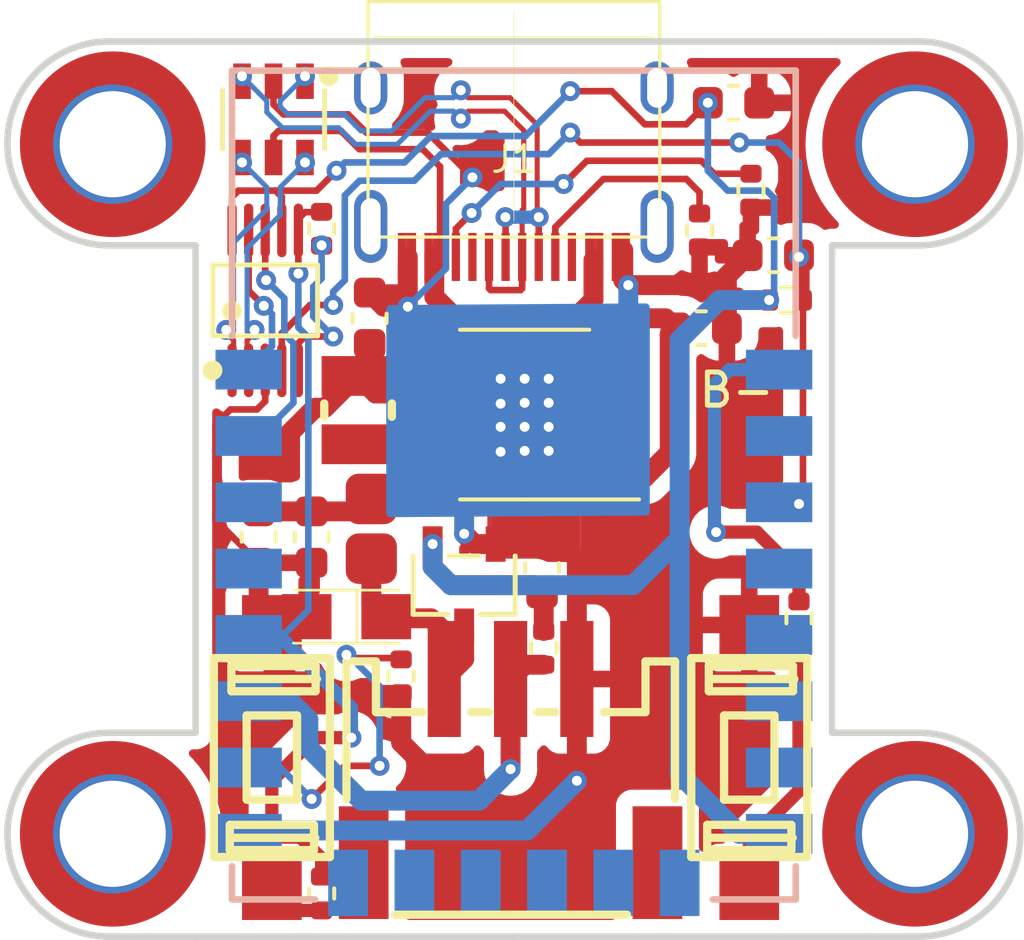
<source format=kicad_pcb>
(kicad_pcb (version 20240108) (generator "pcbnew") (generator_version "8.0")
  (layers (0 "F.Cu" signal "Front") (31 "B.Cu" signal "Back") (34 "B.Paste" user) (35 "F.Paste" user) (36 "B.SilkS" user "B.Silkscreen") (37 "F.SilkS" user "F.Silkscreen") (38 "B.Mask" user) (39 "F.Mask" user) (44 "Edge.Cuts" user))
  (net 0 "")
  (net 1 "+BATT")
  (net 2 "ESP_LED_D_OUT")
  (net 3 "ESP_RST")
  (net 4 "Net-(U1-SW)")
  (net 5 "+3.3V")
  (net 6 "MCU_RX")
  (net 8 "MCU_TX")
  (net 12 "USB_D+")
  (net 13 "USB_D-")
  (net 16 "GND")
  (net 17 "Net-(U4-GPIO15)")
  (net 31 "Net-(J1-CC1)")
  (net 32 "+5V")
  (net 34 "Net-(J3-Pin_1)")
  (net 36 "Net-(U3-~{CTS})")
  (net 37 "Net-(KEY1-Pad1)")
  (net 38 "Net-(KEY2-Pad1)")
  (net 39 "EN")
  (net 40 "GPIO0")
  (net 41 "VBUS")
  (net 42 "/D-")
  (net 43 "/D+")
  (net 44 "Net-(J1-CC2)")
  (footprint "Capacitor_SMD:C_0603_1608Metric" (layer "F.Cu") (at 132.1 115.95 90)
    (property "Reference" "C3" (hide yes))
    (property "Value" "22u" (hide yes))
  )
  (footprint "Resistor_SMD:R_0402_1005Metric" (layer "F.Cu") (at 146.41 108.8)
    (property "Reference" "R7" (hide yes))
    (property "Value" "12k" (hide yes))
  )
  (footprint "EasyEDA Exports:SOT-23-3_L2.9-W1.6-P1.90-LS2.8-BR" (layer "F.Cu") (at 136.7 117.4 90)
    (property "Reference" "U5" (hide yes))
    (property "Value" "SSP7603P33MR" (hide yes))
  )
  (footprint "EasyEDA Exports:KEY-SMD_L6.1-W3.7-P7.80-LS8.0" (layer "F.Cu") (at 145.3 122.6 90)
    (property "Reference" "KEY1" (hide yes))
    (property "Value" "1TS002E-2500-2501" (hide yes))
  )
  (footprint "Resistor_SMD:R_0402_1005Metric" (layer "F.Cu") (at 146.8 118.4 90)
    (property "Reference" "R3" (hide yes))
    (property "Value" "470" (hide yes))
  )
  (footprint "Capacitor_SMD:C_0603_1608Metric" (layer "F.Cu") (at 133.85 109.35 -90)
    (property "Reference" "C2" (hide yes))
    (property "Value" "22u" (hide yes))
  )
  (footprint "Resistor_SMD:R_0402_1005Metric" (layer "F.Cu") (at 132.4 106.65 -90)
    (property "Reference" "R1" (hide yes))
    (property "Value" "4.7k" (hide yes))
  )
  (footprint "Capacitor_SMD:C_0603_1608Metric" (layer "F.Cu") (at 144.825 102.85 180)
    (property "Reference" "C9" (hide yes))
    (property "Value" "0.1u" (hide yes))
  )
  (footprint "Connector PAD SMD:2_PAD_1.5mm" (layer "F.Cu") (at 132.8 115.7 -90)
    (property "Reference" "J3" (hide yes))
    (property "Value" "Conn_01x02" (hide yes))
  )
  (footprint "Resistor_SMD:R_0402_1005Metric" (layer "F.Cu") (at 145.35 105.5 -90)
    (property "Reference" "R14" (hide yes))
    (property "Value" "5.1k" (hide yes))
  )
  (footprint "Resistor_SMD:R_0402_1005Metric" (layer "F.Cu") (at 134.8 120.15 -90)
    (property "Reference" "R8" (hide yes))
    (property "Value" "12k" (hide yes))
  )
  (footprint "EasyEDA Exports:IND-SMD_L2.5-W2.0" (layer "F.Cu") (at 133.5 112.12 -90)
    (property "Reference" "L1" (hide yes))
    (property "Value" "1.5u" (hide yes))
  )
  (footprint "MountingHole:MountingHole_3.2mm_M3_DIN965_Pad_TopOnly" (layer "F.Cu") (at 150.3 124.9)
    (property "Reference" "H4" (hide yes))
    (property "Value" "MountingHole" (hide yes))
  )
  (footprint "EasyEDA Exports:eSOP-8_3.9x4.9mm_P1.27mm" (layer "F.Cu") (at 138.525 112.255 180)
    (property "Reference" "U1" (hide yes))
    (property "Value" "FM5324GA" (hide yes))
  )
  (footprint "MountingHole:MountingHole_3.2mm_M3_DIN965_Pad_TopOnly" (layer "F.Cu") (at 126.1 124.9)
    (property "Reference" "H3" (hide yes))
    (property "Value" "MountingHole" (hide yes))
  )
  (footprint "MountingHole:MountingHole_3.2mm_M3_DIN965_Pad_TopOnly" (layer "F.Cu") (at 126.1 104.1)
    (property "Reference" "H1" (hide yes))
    (property "Value" "MountingHole" (hide yes))
  )
  (footprint "Resistor_SMD:R_0402_1005Metric" (layer "F.Cu") (at 139.1 119.29 90)
    (property "Reference" "R11" (hide yes))
    (property "Value" "12k" (hide yes))
  )
  (footprint "Resistor_SMD:R_0402_1005Metric" (layer "F.Cu") (at 132.4 126.7 90)
    (property "Reference" "R2" (hide yes))
    (property "Value" "470" (hide yes))
  )
  (footprint "EasyEDA Exports:MSOP-10_L3.0-W3.0-P0.50-LS5.0-BL" (layer "F.Cu") (at 130.7 108.81)
    (property "Reference" "U3" (hide yes))
    (property "Value" "CH340X" (hide yes))
  )
  (footprint "Capacitor_SMD:C_0603_1608Metric" (layer "F.Cu") (at 143.85 109.65 180)
    (property "Reference" "C1" (hide yes))
    (property "Value" "10u" (hide yes))
  )
  (footprint "EasyEDA Exports:KEY-SMD_L6.1-W3.7-P7.80-LS8.0" (layer "F.Cu") (at 130.9 122.6 90)
    (property "Reference" "KEY2" (hide yes))
    (property "Value" "1TS002E-2500-2501" (hide yes))
  )
  (footprint "Capacitor_SMD:C_0603_1608Metric" (layer "F.Cu") (at 130.5 115.95 90)
    (property "Reference" "C6" (hide yes))
    (property "Value" "22u" (hide yes))
  )
  (footprint "Capacitor_SMD:C_0603_1608Metric" (layer "F.Cu") (at 139.05 116.875 90)
    (property "Reference" "C5" (hide yes))
    (property "Value" "6.8u" (hide yes))
  )
  (footprint "Capacitor_SMD:C_0603_1608Metric" (layer "F.Cu") (at 146.025 107.45)
    (property "Reference" "C10" (hide yes))
    (property "Value" "10u" (hide yes))
  )
  (footprint "EasyEDA Exports:SOT-23-6_L2.9-W1.6-P0.95-LS2.8-BL" (layer "F.Cu") (at 130.95 103.35 180)
    (property "Reference" "D1" (hide yes))
    (property "Value" "SRV05-4_C558418" (hide yes))
  )
  (footprint "Resistor_SMD:R_0402_1005Metric" (layer "F.Cu") (at 143.8 106.7 -90)
    (property "Reference" "R15" (hide yes))
    (property "Value" "5.1k" (hide yes))
  )
  (footprint "USB-C LCSC:TYPE-C-31-M-12" (layer "F.Cu") (at 138.2 102.4 180)
    (property "Reference" "J1")
    (property "Value" "Connector_USB_C_Receptacle_USB2.0" (hide yes))
  )
  (footprint "MountingHole:MountingHole_3.2mm_M3_DIN965_Pad_TopOnly" (layer "F.Cu") (at 150.3 104.1)
    (property "Reference" "H2" (hide yes))
    (property "Value" "MountingHole" (hide yes))
  )
  (footprint "EasyEDA Exports:CONN-SMD_S3B-PH-SM4-TB-LF-SN" (layer "F.Cu") (at 138.1 123 180)
    (property "Reference" "U2" (hide yes))
    (property "Value" "S3B-PH-SM4-TB(LF)(SN)" (hide yes))
  )
  (footprint "EasyEDA Exports:CASE-A_3216" (layer "F.Cu") (at 133.15 118.35 180)
    (property "Reference" "C4" (hide yes))
    (property "Value" "1u" (hide yes))
  )
  (footprint "ESP-12F:ESP-12F" (layer "B.Cu") (at 138.2 114.38 180)
    (property "Reference" "U4" (hide yes))
    (property "Value" "ESP-12F")
  )
  (gr_line (start 128.6 107.15) (end 128.6 121.85) (stroke (width 0.2)) (layer "Edge.Cuts"))
  (gr_line (start 138.2 128) (end 128.6 128) (stroke (width 0.2)) (layer "Edge.Cuts"))
  (gr_line (start 126 101) (end 128.6 101) (stroke (width 0.2)) (layer "Edge.Cuts"))
  (gr_line (start 138.2 128) (end 147.8 128) (stroke (width 0.2)) (layer "Edge.Cuts"))
  (gr_line (start 150.4 101) (end 147.8 101) (stroke (width 0.2)) (layer "Edge.Cuts"))
  (gr_line (start 126 107.15) (end 128.6 107.15) (stroke (width 0.2)) (layer "Edge.Cuts"))
  (gr_line (start 150.4 121.85) (end 147.8 121.85) (stroke (width 0.2)) (layer "Edge.Cuts"))
  (gr_line (start 150.4 107.15) (end 147.8 107.15) (stroke (width 0.2)) (layer "Edge.Cuts"))
  (gr_arc (start 126 107.15) (mid 122.925 104.075) (end 126 101) (stroke (width 0.2)) (layer "Edge.Cuts"))
  (gr_line (start 138.2 101) (end 128.6 101) (stroke (width 0.2)) (layer "Edge.Cuts"))
  (gr_arc (start 150.4 121.85) (mid 153.475 124.925) (end 150.4 128) (stroke (width 0.2)) (layer "Edge.Cuts"))
  (gr_line (start 138.2 101) (end 147.8 101) (stroke (width 0.2)) (layer "Edge.Cuts"))
  (gr_line (start 150.4 128) (end 147.8 128) (stroke (width 0.2)) (layer "Edge.Cuts"))
  (gr_line (start 126 128) (end 128.6 128) (stroke (width 0.2)) (layer "Edge.Cuts"))
  (gr_line (start 147.8 107.15) (end 147.8 121.85) (stroke (width 0.2)) (layer "Edge.Cuts"))
  (gr_arc (start 126 128) (mid 122.925 124.925) (end 126 121.85) (stroke (width 0.2)) (layer "Edge.Cuts"))
  (gr_line (start 126 121.85) (end 128.6 121.85) (stroke (width 0.2)) (layer "Edge.Cuts"))
  (gr_arc (start 150.4 101) (mid 153.475 104.075) (end 150.4 107.15) (stroke (width 0.2)) (layer "Edge.Cuts"))
  (gr_text "B-" (at 143.7 112.1 0) (layer "F.SilkS") (effects (font (size 1 1)) (justify left bottom)))
  (segment (start 135.9 111.62) (end 134.03 111.62) (width 0.6) (layer "F.Cu") (net 1))
  (segment (start 131.1 113.15) (end 131.1 113.2) (width 0.6) (layer "F.Cu") (net 1))
  (segment (start 134.03 111.62) (end 133.5 111.09) (width 0.6) (layer "F.Cu") (net 1))
  (segment (start 132.5 112.05) (end 132.2 112.05) (width 0.6) (layer "F.Cu") (net 1))
  (segment (start 132.2 112.05) (end 131.1 113.15) (width 0.6) (layer "F.Cu") (net 1))
  (segment (start 133.46 111.09) (end 132.5 112.05) (width 0.6) (layer "F.Cu") (net 1))
  (segment (start 133.5 111.09) (end 133.46 111.09) (width 0.6) (layer "F.Cu") (net 1))
  (segment (start 138.53 119.8) (end 138.1 120.23) (width 0.6) (layer "F.Cu") (net 2))
  (segment (start 138.1 122.95) (end 138.1 120.36) (width 0.6) (layer "F.Cu") (net 2))
  (segment (start 139.1 119.8) (end 138.53 119.8) (width 0.6) (layer "F.Cu") (net 2))
  (via (at 138.1 122.95) (size 0.6) (drill 0.3) (layers "F.Cu" "B.Cu") (net 2))
  (segment (start 133.6 123.9) (end 132 122.3) (width 0.6) (layer "B.Cu") (net 2))
  (segment (start 132 122.3) (end 132 121.45) (width 0.6) (layer "B.Cu") (net 2))
  (segment (start 132 121.45) (end 131.45 120.9) (width 0.6) (layer "B.Cu") (net 2))
  (segment (start 131.45 120.9) (end 130.2 120.9) (width 0.6) (layer "B.Cu") (net 2))
  (segment (start 138.1 122.95) (end 137.15 123.9) (width 0.6) (layer "B.Cu") (net 2))
  (segment (start 137.15 123.9) (end 133.6 123.9) (width 0.6) (layer "B.Cu") (net 2))
  (segment (start 145.527 115.8) (end 146.8 117.073) (width 0.4) (layer "F.Cu") (net 3))
  (segment (start 144.3 115.8) (end 145.527 115.8) (width 0.4) (layer "F.Cu") (net 3))
  (segment (start 146.8 117.073) (end 146.8 117.89) (width 0.4) (layer "F.Cu") (net 3))
  (via (at 144.3 115.8) (size 0.6) (drill 0.3) (layers "F.Cu" "B.Cu") (net 3))
  (segment (start 144.7 110.9) (end 146.2 110.9) (width 0.4) (layer "B.Cu") (net 3))
  (segment (start 144.25 115.75) (end 144.25 111.35) (width 0.4) (layer "B.Cu") (net 3))
  (segment (start 144.3 115.8) (end 144.25 115.75) (width 0.4) (layer "B.Cu") (net 3))
  (segment (start 144.25 111.35) (end 144.7 110.9) (width 0.4) (layer "B.Cu") (net 3))
  (segment (start 133.5 113.15) (end 135.64 113.15) (width 0.6) (layer "F.Cu") (net 4))
  (segment (start 135.64 113.15) (end 135.9 112.89) (width 0.6) (layer "F.Cu") (net 4))
  (segment (start 139.1 118.78) (end 139.1 117.7) (width 0.6) (layer "F.Cu") (net 5))
  (segment (start 131.2 105.69) (end 131.2 106.7) (width 0.2) (layer "F.Cu") (net 5))
  (segment (start 132.25 105.5) (end 131.01 105.5) (width 0.2) (layer "F.Cu") (net 5))
  (segment (start 131.16 105.65) (end 131.2 105.69) (width 0.2) (layer "F.Cu") (net 5))
  (segment (start 135.75 116.16) (end 135.75 116.85) (width 0.6) (layer "F.Cu") (net 5))
  (segment (start 141.15 102.5) (end 142.15 103.5) (width 0.2) (layer "F.Cu") (net 5))
  (segment (start 131.01 105.5) (end 131.16 105.65) (width 0.2) (layer "F.Cu") (net 5))
  (segment (start 129.7 105.69) (end 129.89 105.5) (width 0.2) (layer "F.Cu") (net 5))
  (segment (start 144.05 102.95) (end 144.05 103) (width 0.2) (layer "F.Cu") (net 5))
  (segment (start 136.3 117.4) (end 138.8 117.4) (width 0.6) (layer "F.Cu") (net 5))
  (segment (start 129.7 106.7) (end 129.7 105.69) (width 0.2) (layer "F.Cu") (net 5))
  (segment (start 139.9 102.5) (end 141.15 102.5) (width 0.2) (layer "F.Cu") (net 5))
  (segment (start 135.75 116.85) (end 136.3 117.4) (width 0.6) (layer "F.Cu") (net 5))
  (segment (start 132.85 104.9) (end 132.25 105.5) (width 0.2) (layer "F.Cu") (net 5))
  (segment (start 138.8 117.4) (end 139.05 117.65) (width 0.6) (layer "F.Cu") (net 5))
  (segment (start 142.15 103.5) (end 143.4 103.5) (width 0.2) (layer "F.Cu") (net 5))
  (segment (start 139.1 117.7) (end 139.05 117.65) (width 0.6) (layer "F.Cu") (net 5))
  (segment (start 129.89 105.5) (end 131.01 105.5) (width 0.2) (layer "F.Cu") (net 5))
  (segment (start 143.4 103.5) (end 144.05 102.85) (width 0.2) (layer "F.Cu") (net 5))
  (via (at 139.9 102.5) (size 0.6) (drill 0.3) (layers "F.Cu" "B.Cu") (net 5))
  (via (at 132.85 104.9) (size 0.6) (drill 0.3) (layers "F.Cu" "B.Cu") (net 5))
  (via (at 144.05 102.85) (size 0.6) (drill 0.3) (layers "F.Cu" "B.Cu") (net 5))
  (via (at 145.9 108.8) (size 0.6) (drill 0.3) (layers "F.Cu" "B.Cu") (net 5))
  (via (at 135.75 116.16) (size 0.6) (drill 0.3) (layers "F.Cu" "B.Cu") (net 5))
  (segment (start 133.1 104.65) (end 134.9 104.65) (width 0.2) (layer "B.Cu") (net 5))
  (segment (start 136.3 117.4) (end 141.8 117.4) (width 0.6) (layer "B.Cu") (net 5))
  (segment (start 135.75 116.85) (end 136.3 117.4) (width 0.6) (layer "B.Cu") (net 5))
  (segment (start 146.05 105.725) (end 145.825 105.5) (width 0.2) (layer "B.Cu") (net 5))
  (segment (start 145 124.9) (end 146.2 124.9) (width 0.6) (layer "B.Cu") (net 5))
  (segment (start 141.8 117.4) (end 143.2 116) (width 0.6) (layer "B.Cu") (net 5))
  (segment (start 143.2 123.1) (end 145 124.9) (width 0.6) (layer "B.Cu") (net 5))
  (segment (start 134.9 104.65) (end 135.696 103.854) (width 0.2) (layer "B.Cu") (net 5))
  (segment (start 135.75 116.16) (end 135.75 116.85) (width 0.6) (layer "B.Cu") (net 5))
  (segment (start 144.05 104.9) (end 144.05 102.85) (width 0.2) (layer "B.Cu") (net 5))
  (segment (start 145.9 108.8) (end 146.05 108.65) (width 0.2) (layer "B.Cu") (net 5))
  (segment (start 143.2 110) (end 143.2 116) (width 0.6) (layer "B.Cu") (net 5))
  (segment (start 135.696 103.854) (end 138.546 103.854) (width 0.2) (layer "B.Cu") (net 5))
  (segment (start 146.2 124.9) (end 145.35 124.9) (width 0.4) (layer "B.Cu") (net 5))
  (segment (start 146.05 108.65) (end 146.05 105.725) (width 0.2) (layer "B.Cu") (net 5))
  (segment (start 144.4 108.8) (end 143.2 110) (width 0.6) (layer "B.Cu") (net 5))
  (segment (start 138.546 103.854) (end 139.9 102.5) (width 0.2) (layer "B.Cu") (net 5))
  (segment (start 143.2 116) (end 143.2 123.1) (width 0.6) (layer "B.Cu") (net 5))
  (segment (start 132.85 104.9) (end 133.1 104.65) (width 0.2) (layer "B.Cu") (net 5))
  (segment (start 144.65 105.5) (end 144.05 104.9) (width 0.2) (layer "B.Cu") (net 5))
  (segment (start 145.9 108.8) (end 144.4 108.8) (width 0.6) (layer "B.Cu") (net 5))
  (segment (start 145.825 105.5) (end 144.65 105.5) (width 0.2) (layer "B.Cu") (net 5))
  (segment (start 130.7265 108.2) (end 130.7 108.1735) (width 0.2) (layer "F.Cu") (net 6))
  (segment (start 130.7 108.1735) (end 130.7 106.7) (width 0.2) (layer "F.Cu") (net 6))
  (via (at 130.7265 108.2) (size 0.6) (drill 0.3) (layers "F.Cu" "B.Cu") (net 6))
  (segment (start 130.7265 108.2) (end 131.277 108.7505) (width 0.2) (layer "B.Cu") (net 6))
  (segment (start 131.277 108.7505) (end 131.277 109.827) (width 0.2) (layer "B.Cu") (net 6))
  (segment (start 130.55 112.9) (end 130.2 112.9) (width 0.2) (layer "B.Cu") (net 6))
  (segment (start 131.277 109.827) (end 131.55 110.1) (width 0.2) (layer "B.Cu") (net 6))
  (segment (start 131.55 110.1) (end 131.55 111.9) (width 0.2) (layer "B.Cu") (net 6))
  (segment (start 131.55 111.9) (end 130.55 112.9) (width 0.2) (layer "B.Cu") (net 6))
  (segment (start 130.655901 108.975) (end 130.2 108.519099) (width 0.2) (layer "F.Cu") (net 8))
  (segment (start 130.2 108.519099) (end 130.2 106.7) (width 0.2) (layer "F.Cu") (net 8))
  (via (at 130.655901 108.975) (size 0.6) (drill 0.3) (layers "F.Cu" "B.Cu") (net 8))
  (segment (start 130.904 110.196) (end 130.2 110.9) (width 0.2) (layer "B.Cu") (net 8))
  (segment (start 130.655901 108.975) (end 130.904 109.223099) (width 0.2) (layer "B.Cu") (net 8))
  (segment (start 130.904 109.223099) (end 130.904 110.196) (width 0.2) (layer "B.Cu") (net 8))
  (segment (start 129.746799 110.014527) (end 129.523 109.790728) (width 0.1524) (layer "F.Cu") (net 12))
  (segment (start 129.7 110.92) (end 129.746799 110.873201) (width 0.1524) (layer "F.Cu") (net 12))
  (segment (start 129.746799 110.873201) (end 129.746799 110.014527) (width 0.1524) (layer "F.Cu") (net 12))
  (via (at 129.523 109.7) (size 0.6) (drill 0.3) (layers "F.Cu" "B.Cu") (net 12))
  (via (at 130 104.65) (size 0.6) (drill 0.3) (layers "F.Cu" "B.Cu") (net 12))
  (segment (start 130.7468 106.06583) (end 130.7468 105.3968) (width 0.1524) (layer "B.Cu") (net 12))
  (segment (start 129.523 109.790728) (end 129.746799 109.566929) (width 0.1524) (layer "B.Cu") (net 12))
  (segment (start 130.7468 105.3968) (end 130 104.65) (width 0.1524) (layer "B.Cu") (net 12))
  (segment (start 129.746799 107.065831) (end 130.7468 106.06583) (width 0.1524) (layer "B.Cu") (net 12))
  (segment (start 129.746799 109.566929) (end 129.746799 107.065831) (width 0.1524) (layer "B.Cu") (net 12))
  (segment (start 130.2 110.92) (end 130.153201 110.873201) (width 0.1524) (layer "F.Cu") (net 13))
  (segment (start 130.153201 110.014527) (end 130.377 109.790728) (width 0.1524) (layer "F.Cu") (net 13))
  (segment (start 130.153201 110.873201) (end 130.153201 110.014527) (width 0.1524) (layer "F.Cu") (net 13))
  (via (at 130.377 109.7) (size 0.6) (drill 0.3) (layers "F.Cu" "B.Cu") (net 13))
  (via (at 131.9 104.65) (size 0.6) (drill 0.3) (layers "F.Cu" "B.Cu") (net 13))
  (segment (start 131.1532 105.3968) (end 131.9 104.65) (width 0.1524) (layer "B.Cu") (net 13))
  (segment (start 130.153201 109.566929) (end 130.153201 107.234169) (width 0.1524) (layer "B.Cu") (net 13))
  (segment (start 131.1532 106.23417) (end 131.1532 105.3968) (width 0.1524) (layer "B.Cu") (net 13))
  (segment (start 130.153201 107.234169) (end 131.1532 106.23417) (width 0.1524) (layer "B.Cu") (net 13))
  (segment (start 130.377 109.790728) (end 130.153201 109.566929) (width 0.1524) (layer "B.Cu") (net 13))
  (segment (start 138.99 116.16) (end 139.05 116.1) (width 0.6) (layer "F.Cu") (net 16))
  (segment (start 135.5 122.85) (end 135.5 123.45) (width 0.6) (layer "F.Cu") (net 16))
  (segment (start 130.95 102.9) (end 130.95 102.2) (width 0.2) (layer "F.Cu") (net 16))
  (segment (start 129.2 112.55) (end 129.2 115.425) (width 0.2) (layer "F.Cu") (net 16))
  (segment (start 139.05 112.78) (end 138.525 112.255) (width 0.6) (layer "F.Cu") (net 16))
  (segment (start 130.7 111.85) (end 130.45 112.1) (width 0.2) (layer "F.Cu") (net 16))
  (segment (start 140.1 123.3) (end 140.1 120.23) (width 0.6) (layer "F.Cu") (net 16))
  (segment (start 140.1 116.6) (end 140.1 120.23) (width 0.6) (layer "F.Cu") (net 16))
  (segment (start 129.2 115.425) (end 130.5 116.725) (width 0.2) (layer "F.Cu") (net 16))
  (segment (start 135.5 123.45) (end 136.25 124.2) (width 0.6) (layer "F.Cu") (net 16))
  (segment (start 135 109) (end 134.275 109) (width 0.6) (layer "F.Cu") (net 16))
  (segment (start 139.6 116.1) (end 140.1 116.6) (width 0.6) (layer "F.Cu") (net 16))
  (segment (start 134.275 109) (end 133.85 108.575) (width 0.6) (layer "F.Cu") (net 16))
  (segment (start 130.5 118.2) (end 130.9 118.6) (width 0.6) (layer "F.Cu") (net 16))
  (segment (start 132 120.8) (end 134.81 120.8) (width 0.6) (layer "F.Cu") (net 16))
  (segment (start 134.8 122.15) (end 135.5 122.85) (width 0.6) (layer "F.Cu") (net 16))
  (segment (start 135 109) (end 135 107.5) (width 0.6) (layer "F.Cu") (net 16))
  (segment (start 137.85 112.77) (end 138.225 112.395) (width 0.6) (layer "F.Cu") (net 16))
  (segment (start 139.05 116.1) (end 139.6 116.1) (width 0.6) (layer "F.Cu") (net 16))
  (segment (start 134.8 120.81) (end 134.8 122.15) (width 0.6) (layer "F.Cu") (net 16))
  (segment (start 136.95 105.1) (end 135.6 103.75) (width 0.2) (layer "F.Cu") (net 16))
  (segment (start 131.25 103.2) (end 130.95 102.9) (width 0.2) (layer "F.Cu") (net 16))
  (segment (start 141.65 108.35) (end 141.5 108.2) (width 0.6) (layer "F.Cu") (net 16))
  (segment (start 137.65 116.16) (end 137.01 116.16) (width 0.6) (layer "F.Cu") (net 16))
  (segment (start 145.25 107.45) (end 144.35 108.35) (width 0.6) (layer "F.Cu") (net 16))
  (segment (start 137.65 116.16) (end 138.99 116.16) (width 0.6) (layer "F.Cu") (net 16))
  (segment (start 136.25 124.2) (end 139.2 124.2) (width 0.6) (layer "F.Cu") (net 16))
  (segment (start 130.45 112.1) (end 129.65 112.1) (width 0.2) (layer "F.Cu") (net 16))
  (segment (start 133.75 103.75) (end 133.2 103.2) (width 0.2) (layer "F.Cu") (net 16))
  (segment (start 133.2 103.2) (end 131.25 103.2) (width 0.2) (layer "F.Cu") (net 16))
  (segment (start 130.7 110.92) (end 130.7 111.85) (width 0.2) (layer "F.Cu") (net 16))
  (segment (start 144.625 109.65) (end 144.625 108.075) (width 0.6) (layer "F.Cu") (net 16))
  (segment (start 144.35 108.35) (end 141.65 108.35) (width 0.6) (layer "F.Cu") (net 16))
  (segment (start 144.625 108.075) (end 145.25 107.45) (width 0.6) (layer "F.Cu") (net 16))
  (segment (start 129.65 112.1) (end 129.2 112.55) (width 0.2) (layer "F.Cu") (net 16))
  (segment (start 130.9 119.7) (end 132 120.8) (width 0.6) (layer "F.Cu") (net 16))
  (segment (start 139.2 124.2) (end 140.1 123.3) (width 0.6) (layer "F.Cu") (net 16))
  (segment (start 135 108.8) (end 135 108.8) (width 0.6) (layer "F.Cu") (net 16))
  (segment (start 130.5 116.725) (end 130.5 118.2) (width 0.6) (layer "F.Cu") (net 16))
  (segment (start 141.5 108.2) (end 141.5 107.3) (width 0.6) (layer "F.Cu") (net 16))
  (segment (start 140.1 120.3) (end 140.1 120.36) (width 0.6) (layer "F.Cu") (net 16))
  (segment (start 137.01 116.16) (end 136.7 115.85) (width 0.6) (layer "F.Cu") (net 16))
  (segment (start 130.9 118.6) (end 130.9 119.7) (width 0.6) (layer "F.Cu") (net 16))
  (segment (start 135.6 103.75) (end 133.75 103.75) (width 0.2) (layer "F.Cu") (net 16))
  (via (at 139.25 111.175) (size 0.6) (drill 0.3) (layers "F.Cu" "B.Cu") (net 16))
  (via (at 140.1 123.3) (size 0.6) (drill 0.3) (layers "F.Cu" "B.Cu") (net 16))
  (via (at 137.8 112.625) (size 0.6) (drill 0.3) (layers "F.Cu" "B.Cu") (net 16))
  (via (at 138.525 111.9) (size 0.6) (drill 0.3) (layers "F.Cu" "B.Cu") (net 16))
  (via (at 138.525 113.35) (size 0.6) (drill 0.3) (layers "F.Cu" "B.Cu") (net 16))
  (via (at 138.525 111.175) (size 0.6) (drill 0.3) (layers "F.Cu" "B.Cu") (net 16))
  (via (at 136.95 105.1) (size 0.6) (drill 0.3) (layers "F.Cu" "B.Cu") (net 16))
  (via (at 139.25 113.35) (size 0.6) (drill 0.3) (layers "F.Cu" "B.Cu") (net 16))
  (via (at 141.65 108.35) (size 0.6) (drill 0.3) (layers "F.Cu" "B.Cu") (net 16))
  (via (at 137.8 113.375) (size 0.6) (drill 0.3) (layers "F.Cu" "B.Cu") (net 16))
  (via (at 137.8 111.925) (size 0.6) (drill 0.3) (layers "F.Cu" "B.Cu") (net 16))
  (via (at 135 109) (size 0.6) (drill 0.3) (layers "F.Cu" "B.Cu") (net 16))
  (via (at 136.7 115.85) (size 0.6) (drill 0.3) (layers "F.Cu" "B.Cu") (net 16))
  (via (at 139.25 111.9) (size 0.6) (drill 0.3) (layers "F.Cu" "B.Cu") (net 16))
  (via (at 138.525 112.625) (size 0.6) (drill 0.3) (layers "F.Cu" "B.Cu") (net 16))
  (via (at 139.25 112.625) (size 0.6) (drill 0.3) (layers "F.Cu" "B.Cu") (net 16))
  (via (at 137.8 111.175) (size 0.6) (drill 0.3) (layers "F.Cu" "B.Cu") (net 16))
  (segment (start 135.7 111.175) (end 137.8 111.175) (width 0.6) (layer "B.Cu") (net 16))
  (segment (start 136.7 112.175) (end 135.7 111.175) (width 0.6) (layer "B.Cu") (net 16))
  (segment (start 130.2 124.9) (end 130.3 124.8) (width 0.6) (layer "B.Cu") (net 16))
  (segment (start 141.65 108.35) (end 141.65 110.7) (width 0.6) (layer "B.Cu") (net 16))
  (segment (start 136.95 105.1) (end 136.15 105.9) (width 0.2) (layer "B.Cu") (net 16))
  (segment (start 130.3 124.8) (end 138.6 124.8) (width 0.6) (layer "B.Cu") (net 16))
  (segment (start 135 109) (end 135 110.475) (width 0.6) (layer "B.Cu") (net 16))
  (segment (start 141.175 111.175) (end 139.25 111.175) (width 0.6) (layer "B.Cu") (net 16))
  (segment (start 135 110.475) (end 135.7 111.175) (width 0.6) (layer "B.Cu") (net 16))
  (segment (start 136.15 107.85) (end 135 109) (width 0.2) (layer "B.Cu") (net 16))
  (segment (start 138.6 124.8) (end 140.1 123.3) (width 0.6) (layer "B.Cu") (net 16))
  (segment (start 136.15 105.9) (end 136.15 107.85) (width 0.2) (layer "B.Cu") (net 16))
  (segment (start 141.65 110.7) (end 141.175 111.175) (width 0.6) (layer "B.Cu") (net 16))
  (segment (start 136.7 115.85) (end 136.7 112.175) (width 0.6) (layer "B.Cu") (net 16))
  (segment (start 133.15 119.5) (end 133.25 119.6) (width 0.2) (layer "F.Cu") (net 17))
  (segment (start 134.76 119.6) (end 134.8 119.64) (width 0.2) (layer "F.Cu") (net 17))
  (segment (start 134.15 122.85) (end 133.1 122.85) (width 0.2) (layer "F.Cu") (net 17))
  (segment (start 133.25 119.6) (end 134.76 119.6) (width 0.2) (layer "F.Cu") (net 17))
  (segment (start 133.1 122.85) (end 132.1 123.85) (width 0.2) (layer "F.Cu") (net 17))
  (via (at 133.15 119.5) (size 0.6) (drill 0.3) (layers "F.Cu" "B.Cu") (net 17))
  (via (at 134.15 122.85) (size 0.6) (drill 0.3) (layers "F.Cu" "B.Cu") (net 17))
  (via (at 132.1 123.85) (size 0.6) (drill 0.3) (layers "F.Cu" "B.Cu") (net 17))
  (segment (start 133.2 119.5) (end 133.15 119.5) (width 0.2) (layer "B.Cu") (net 17))
  (segment (start 134.15 122.85) (end 134.15 120.45) (width 0.2) (layer "B.Cu") (net 17))
  (segment (start 131.15 122.9) (end 130.2 122.9) (width 0.2) (layer "B.Cu") (net 17))
  (segment (start 134.15 120.45) (end 133.2 119.5) (width 0.2) (layer "B.Cu") (net 17))
  (segment (start 132.1 123.85) (end 131.15 122.9) (width 0.2) (layer "B.Cu") (net 17))
  (segment (start 143.8 105.55) (end 143.8 106.19) (width 0.2) (layer "F.Cu") (net 31))
  (segment (start 139.45 106.6) (end 140.9 105.15) (width 0.2) (layer "F.Cu") (net 31))
  (segment (start 139.45 107.5) (end 139.45 106.6) (width 0.2) (layer "F.Cu") (net 31))
  (segment (start 140.9 105.15) (end 143.4 105.15) (width 0.2) (layer "F.Cu") (net 31))
  (segment (start 143.4 105.15) (end 143.8 105.55) (width 0.2) (layer "F.Cu") (net 31))
  (segment (start 136.1 118.8) (end 136.1 120.23) (width 0.6) (layer "F.Cu") (net 32))
  (segment (start 133.9 116.6) (end 133.9 117.95) (width 0.6) (layer "F.Cu") (net 32))
  (segment (start 136.7 119.63) (end 136.1 120.23) (width 0.6) (layer "F.Cu") (net 32))
  (segment (start 133.9 117.95) (end 134.35 118.4) (width 0.6) (layer "F.Cu") (net 32))
  (segment (start 134.35 118.4) (end 135.7 118.4) (width 0.6) (layer "F.Cu") (net 32))
  (segment (start 136.7 118.64) (end 136.7 119.63) (width 0.6) (layer "F.Cu") (net 32))
  (segment (start 135.7 118.4) (end 136.1 118.8) (width 0.6) (layer "F.Cu") (net 32))
  (segment (start 135.26 114.8) (end 135.9 114.16) (width 0.6) (layer "F.Cu") (net 34))
  (segment (start 133.9 114.8) (end 135.26 114.8) (width 0.6) (layer "F.Cu") (net 34))
  (segment (start 133.525 115.175) (end 133.9 114.8) (width 0.6) (layer "F.Cu") (net 34))
  (segment (start 130.5 115.175) (end 132.1 115.175) (width 0.6) (layer "F.Cu") (net 34))
  (segment (start 132.1 115.175) (end 133.525 115.175) (width 0.6) (layer "F.Cu") (net 34))
  (segment (start 131.9 109.9) (end 131.7 110.1) (width 0.2) (layer "F.Cu") (net 36))
  (segment (start 132.75 109.9) (end 131.9 109.9) (width 0.2) (layer "F.Cu") (net 36))
  (segment (start 131.7 110.1) (end 131.7 110.92) (width 0.2) (layer "F.Cu") (net 36))
  (via (at 132.4 107.15) (size 0.6) (drill 0.3) (layers "F.Cu" "B.Cu") (net 36))
  (via (at 132.75 109.9) (size 0.6) (drill 0.3) (layers "F.Cu" "B.Cu") (net 36))
  (segment (start 132.15 109.3) (end 132.15 108.4) (width 0.2) (layer "B.Cu") (net 36))
  (segment (start 132.75 109.9) (end 132.15 109.3) (width 0.2) (layer "B.Cu") (net 36))
  (segment (start 132.4 108.15) (end 132.4 107.15) (width 0.2) (layer "B.Cu") (net 36))
  (segment (start 132.15 108.4) (end 132.4 108.15) (width 0.2) (layer "B.Cu") (net 36))
  (segment (start 146.8 123.6) (end 145.3 125.1) (width 0.4) (layer "F.Cu") (net 37))
  (segment (start 146.8 118.91) (end 146.8 123.6) (width 0.4) (layer "F.Cu") (net 37))
  (segment (start 145.3 125.1) (end 145.3 126.6) (width 0.4) (layer "F.Cu") (net 37))
  (segment (start 131.51 127.21) (end 130.9 126.6) (width 0.4) (layer "F.Cu") (net 38))
  (segment (start 132.4 127.21) (end 131.51 127.21) (width 0.4) (layer "F.Cu") (net 38))
  (segment (start 146.85 107.5) (end 146.85 107.45) (width 0.4) (layer "F.Cu") (net 39))
  (segment (start 146.85 107.45) (end 146.8 107.5) (width 0.4) (layer "F.Cu") (net 39))
  (segment (start 132.05 108.95) (end 131.2 109.8) (width 0.2) (layer "F.Cu") (net 39))
  (segment (start 146.8 107.5) (end 146.8 107.45) (width 0.4) (layer "F.Cu") (net 39))
  (segment (start 132.75 108.95) (end 132.05 108.95) (width 0.2) (layer "F.Cu") (net 39))
  (segment (start 131.2 109.8) (end 131.2 110.92) (width 0.2) (layer "F.Cu") (net 39))
  (segment (start 146.8 114.95) (end 146.92 114.83) (width 0.2) (layer "F.Cu") (net 39))
  (segment (start 140.2 104.05) (end 145 104.05) (width 0.2) (layer "F.Cu") (net 39))
  (segment (start 146.92 114.83) (end 146.92 108.8) (width 0.2) (layer "F.Cu") (net 39))
  (segment (start 146.92 108.8) (end 146.92 107.57) (width 0.4) (layer "F.Cu") (net 39))
  (segment (start 139.9 103.75) (end 140.2 104.05) (width 0.2) (layer "F.Cu") (net 39))
  (via (at 146.8 114.95) (size 0.6) (drill 0.3) (layers "F.Cu" "B.Cu") (net 39))
  (via (at 145 104.05) (size 0.6) (drill 0.3) (layers "F.Cu" "B.Cu") (net 39))
  (via (at 146.8 107.5) (size 0.6) (drill 0.3) (layers "F.Cu" "B.Cu") (net 39))
  (via (at 139.9 103.75) (size 0.6) (drill 0.3) (layers "F.Cu" "B.Cu") (net 39))
  (via (at 132.75 108.95) (size 0.6) (drill 0.3) (layers "F.Cu" "B.Cu") (net 39))
  (segment (start 146.2 104.05) (end 145 104.05) (width 0.2) (layer "B.Cu") (net 39))
  (segment (start 146.8 107.45) (end 146.8 104.65) (width 0.2) (layer "B.Cu") (net 39))
  (segment (start 146.15 114.95) (end 146.2 114.9) (width 0.4) (layer "B.Cu") (net 39))
  (segment (start 146.2 114.9) (end 146.2 114.95) (width 0.4) (layer "B.Cu") (net 39))
  (segment (start 133.545291 105.2) (end 133.1 105.645291) (width 0.2) (layer "B.Cu") (net 39))
  (segment (start 135.2 105.2) (end 133.545291 105.2) (width 0.2) (layer "B.Cu") (net 39))
  (segment (start 146.8 104.65) (end 146.2 104.05) (width 0.2) (layer "B.Cu") (net 39))
  (segment (start 132.75 108.55) (end 132.75 108.95) (width 0.2) (layer "B.Cu") (net 39))
  (segment (start 139.9 103.75) (end 139.25 104.4) (width 0.2) (layer "B.Cu") (net 39))
  (segment (start 136 104.4) (end 135.2 105.2) (width 0.2) (layer "B.Cu") (net 39))
  (segment (start 133.1 105.645291) (end 133.1 108.2) (width 0.2) (layer "B.Cu") (net 39))
  (segment (start 146.2 114.95) (end 146.15 114.95) (width 0.4) (layer "B.Cu") (net 39))
  (segment (start 139.25 104.4) (end 136 104.4) (width 0.2) (layer "B.Cu") (net 39))
  (segment (start 133.1 108.2) (end 132.75 108.55) (width 0.2) (layer "B.Cu") (net 39))
  (segment (start 133.3 122) (end 132.2 122) (width 0.4) (layer "F.Cu") (net 40))
  (segment (start 132.4 125.646) (end 132.4 126.19) (width 0.4) (layer "F.Cu") (net 40))
  (segment (start 131.7 106.35) (end 131.9 106.15) (width 0.2) (layer "F.Cu") (net 40))
  (segment (start 131.136712 125) (end 131.754 125) (width 0.4) (layer "F.Cu") (net 40))
  (segment (start 130.9 124.763288) (end 131.136712 125) (width 0.4) (layer "F.Cu") (net 40))
  (segment (start 132.2 122) (end 130.9 123.3) (width 0.4) (layer "F.Cu") (net 40))
  (segment (start 131.7 108) (end 131.7 106.7) (width 0.2) (layer "F.Cu") (net 40))
  (segment (start 131.754 125) (end 132.4 125.646) (width 0.4) (layer "F.Cu") (net 40))
  (segment (start 130.9 123.3) (end 130.9 124.763288) (width 0.4) (layer "F.Cu") (net 40))
  (segment (start 132.39 106.15) (end 132.4 106.14) (width 0.2) (layer "F.Cu") (net 40))
  (segment (start 131.9 106.15) (end 132.39 106.15) (width 0.2) (layer "F.Cu") (net 40))
  (segment (start 131.7 106.7) (end 131.7 106.35) (width 0.2) (layer "F.Cu") (net 40))
  (via (at 133.3 122) (size 0.6) (drill 0.3) (layers "F.Cu" "B.Cu") (net 40))
  (via (at 131.7 108) (size 0.6) (drill 0.3) (layers "F.Cu" "B.Cu") (net 40))
  (segment (start 132 109.925) (end 132 118.15) (width 0.2) (layer "B.Cu") (net 40))
  (segment (start 133.3 122) (end 133.3 121.1) (width 0.4) (layer "B.Cu") (net 40))
  (segment (start 132 118.15) (end 131.25 118.9) (width 0.2) (layer "B.Cu") (net 40))
  (segment (start 133.3 121.1) (end 131.1 118.9) (width 0.4) (layer "B.Cu") (net 40))
  (segment (start 131.7 108) (end 131.7 109.625) (width 0.2) (layer "B.Cu") (net 40))
  (segment (start 131.1 118.9) (end 130.2 118.9) (width 0.4) (layer "B.Cu") (net 40))
  (segment (start 131 118.6) (end 130.5 118.6) (width 0.4) (layer "B.Cu") (net 40))
  (segment (start 131.25 118.9) (end 130.2 118.9) (width 0.2) (layer "B.Cu") (net 40))
  (segment (start 131.7 109.625) (end 132 109.925) (width 0.2) (layer "B.Cu") (net 40))
  (segment (start 130.95 103.85) (end 131.1 103.7) (width 0.2) (layer "F.Cu") (net 41))
  (segment (start 135.8 108.7) (end 135.8 107.4) (width 0.6) (layer "F.Cu") (net 41))
  (segment (start 142.14 114.16) (end 141.15 114.16) (width 0.6) (layer "F.Cu") (net 41))
  (segment (start 140.05 109.35) (end 142.775 109.35) (width 0.6) (layer "F.Cu") (net 41))
  (segment (start 133.5375 104.25) (end 135.45 104.25) (width 0.2) (layer "F.Cu") (net 41))
  (segment (start 142.9 113.4) (end 142.14 114.16) (width 0.6) (layer "F.Cu") (net 41))
  (segment (start 142.775 109.35) (end 143.075 109.65) (width 0.6) (layer "F.Cu") (net 41))
  (segment (start 131.1 103.7) (end 132.9875 103.7) (width 0.2) (layer "F.Cu") (net 41))
  (segment (start 140.3 109.1) (end 140.05 109.35) (width 0.6) (layer "F.Cu") (net 41))
  (segment (start 140.6 108.8) (end 140.6 107.6) (width 0.6) (layer "F.Cu") (net 41))
  (segment (start 142.9 109.825) (end 142.9 113.4) (width 0.6) (layer "F.Cu") (net 41))
  (segment (start 135.975 107.425) (end 135.9 107.5) (width 0.2) (layer "F.Cu") (net 41))
  (segment (start 132.9875 103.7) (end 133.5375 104.25) (width 0.2) (layer "F.Cu") (net 41))
  (segment (start 143.075 109.65) (end 142.9 109.825) (width 0.6) (layer "F.Cu") (net 41))
  (segment (start 136.45 109.35) (end 135.8 108.7) (width 0.6) (layer "F.Cu") (net 41))
  (segment (start 140.6 108.8) (end 140.3 109.1) (width 0.6) (layer "F.Cu") (net 41))
  (segment (start 130.95 104.5) (end 130.95 103.85) (width 0.2) (layer "F.Cu") (net 41))
  (segment (start 135.975 104.775) (end 135.975 107.425) (width 0.2) (layer "F.Cu") (net 41))
  (segment (start 135.45 104.25) (end 135.975 104.775) (width 0.2) (layer "F.Cu") (net 41))
  (segment (start 140.05 109.35) (end 136.45 109.35) (width 0.6) (layer "F.Cu") (net 41))
  (segment (start 138.9032 106.365699) (end 138.95 106.412499) (width 0.1524) (layer "F.Cu") (net 42))
  (segment (start 137.95 106.3059) (end 137.95 107.5) (width 0.2) (layer "F.Cu") (net 42))
  (segment (start 138.95 107.5) (end 138.95 106.3) (width 0.2) (layer "F.Cu") (net 42))
  (segment (start 136.6 102.473) (end 136.8238 102.6968) (width 0.1524) (layer "F.Cu") (net 42))
  (segment (start 138.95 106.412499) (end 138.95 107.5) (width 0.1524) (layer "F.Cu") (net 42))
  (segment (start 137.9441 106.3) (end 137.95 106.3059) (width 0.2) (layer "F.Cu") (net 42))
  (segment (start 136.8238 102.6968) (end 138.08417 102.6968) (width 0.1524) (layer "F.Cu") (net 42))
  (segment (start 138.08417 102.6968) (end 138.9032 103.51583) (width 0.1524) (layer "F.Cu") (net 42))
  (segment (start 138.9032 103.51583) (end 138.9032 106.365699) (width 0.1524) (layer "F.Cu") (net 42))
  (via (at 138.95 106.3) (size 0.6) (drill 0.3) (layers "F.Cu" "B.Cu") (net 42))
  (via (at 131.9 102.05) (size 0.6) (drill 0.3) (layers "F.Cu" "B.Cu") (net 42))
  (via (at 136.6 102.473) (size 0.6) (drill 0.3) (layers "F.Cu" "B.Cu") (net 42))
  (via (at 137.9441 106.3) (size 0.6) (drill 0.3) (layers "F.Cu" "B.Cu") (net 42))
  (segment (start 133.58417 103.6968) (end 134.51583 103.6968) (width 0.1524) (layer "B.Cu") (net 42))
  (segment (start 134.51583 103.6968) (end 135.515831 102.696799) (width 0.1524) (layer "B.Cu") (net 42))
  (segment (start 138.95 106.3) (end 137.9441 106.3) (width 0.4) (layer "B.Cu") (net 42))
  (segment (start 131.9 102.05) (end 131.1532 102.7968) (width 0.1524) (layer "B.Cu") (net 42))
  (segment (start 133.08417 103.1968) (end 133.58417 103.6968) (width 0.1524) (layer "B.Cu") (net 42))
  (segment (start 131.1532 102.96583) (end 131.38417 103.1968) (width 0.1524) (layer "B.Cu") (net 42))
  (segment (start 131.38417 103.1968) (end 133.08417 103.1968) (width 0.1524) (layer "B.Cu") (net 42))
  (segment (start 135.515831 102.696799) (end 136.376201 102.696799) (width 0.1524) (layer "B.Cu") (net 42))
  (segment (start 131.1532 102.7968) (end 131.1532 102.96583) (width 0.1524) (layer "B.Cu") (net 42))
  (segment (start 136.376201 102.696799) (end 136.6 102.473) (width 0.1524) (layer "B.Cu") (net 42))
  (segment (start 138.4968 103.68417) (end 138.4968 106.041567) (width 0.1524) (layer "F.Cu") (net 43))
  (segment (start 138.4968 106.041567) (end 138.4468 106.091567) (width 0.1524) (layer "F.Cu") (net 43))
  (segment (start 137.5 108.5) (end 138.4 108.5) (width 0.2) (layer "F.Cu") (net 43))
  (segment (start 138.45 106.511633) (end 138.45 107.5) (width 0.1524) (layer "F.Cu") (net 43))
  (segment (start 137.45 107.5) (end 137.45 108.45) (width 0.2) (layer "F.Cu") (net 43))
  (segment (start 138.4 108.5) (end 138.45 108.45) (width 0.2) (layer "F.Cu") (net 43))
  (segment (start 138.45 108.45) (end 138.45 107.5) (width 0.2) (layer "F.Cu") (net 43))
  (segment (start 136.6 103.327) (end 136.8238 103.1032) (width 0.1524) (layer "F.Cu") (net 43))
  (segment (start 136.8238 103.1032) (end 137.91583 103.1032) (width 0.1524) (layer "F.Cu") (net 43))
  (segment (start 137.45 108.45) (end 137.5 108.5) (width 0.2) (layer "F.Cu") (net 43))
  (segment (start 137.91583 103.1032) (end 138.4968 103.68417) (width 0.1524) (layer "F.Cu") (net 43))
  (segment (start 138.4468 106.508433) (end 138.45 106.511633) (width 0.1524) (layer "F.Cu") (net 43))
  (segment (start 138.4468 106.091567) (end 138.4468 106.508433) (width 0.1524) (layer "F.Cu") (net 43))
  (via (at 136.6 103.327) (size 0.6) (drill 0.3) (layers "F.Cu" "B.Cu") (net 43))
  (via (at 130 102.05) (size 0.6) (drill 0.3) (layers "F.Cu" "B.Cu") (net 43))
  (segment (start 130.7468 103.13417) (end 131.21583 103.6032) (width 0.1524) (layer "B.Cu") (net 43))
  (segment (start 131.21583 103.6032) (end 132.91583 103.6032) (width 0.1524) (layer "B.Cu") (net 43))
  (segment (start 133.41583 104.1032) (end 134.68417 104.1032) (width 0.1524) (layer "B.Cu") (net 43))
  (segment (start 136.376201 103.103201) (end 136.6 103.327) (width 0.1524) (layer "B.Cu") (net 43))
  (segment (start 134.68417 104.1032) (end 135.684169 103.103201) (width 0.1524) (layer "B.Cu") (net 43))
  (segment (start 130 102.05) (end 130.7468 102.7968) (width 0.1524) (layer "B.Cu") (net 43))
  (segment (start 130.7468 102.7968) (end 130.7468 103.13417) (width 0.1524) (layer "B.Cu") (net 43))
  (segment (start 135.684169 103.103201) (end 136.376201 103.103201) (width 0.1524) (layer "B.Cu") (net 43))
  (segment (start 132.91583 103.6032) (end 133.41583 104.1032) (width 0.1524) (layer "B.Cu") (net 43))
  (segment (start 140.4 104.6) (end 143.85 104.6) (width 0.2) (layer "F.Cu") (net 44))
  (segment (start 136.45 106.65) (end 136.45 107.5) (width 0.2) (layer "F.Cu") (net 44))
  (segment (start 144.24 104.99) (end 145.35 104.99) (width 0.2) (layer "F.Cu") (net 44))
  (segment (start 143.85 104.6) (end 144.24 104.99) (width 0.2) (layer "F.Cu") (net 44))
  (segment (start 136.925 106.175) (end 136.45 106.65) (width 0.2) (layer "F.Cu") (net 44))
  (segment (start 139.7 105.3) (end 140.4 104.6) (width 0.2) (layer "F.Cu") (net 44))
  (via (at 139.7 105.3) (size 0.6) (drill 0.3) (layers "F.Cu" "B.Cu") (net 44))
  (via (at 136.925 106.175) (size 0.6) (drill 0.3) (layers "F.Cu" "B.Cu") (net 44))
  (segment (start 137.8 105.3) (end 136.925 106.175) (width 0.2) (layer "B.Cu") (net 44))
  (segment (start 139.7 105.3) (end 137.8 105.3) (width 0.2) (layer "B.Cu") (net 44))
  (zone (net 16) (net_name "GND") (layer "F.Cu") (connect_pads (clearance 0.5)) (min_thickness 0.25) (fill yes (thermal_gap 0.5) (thermal_bridge_width 0.5))
    (polygon (pts (xy 122.7 128.1) (xy 153.6 128.1) (xy 153.6 121.7) (xy 147.9 121.7) (xy 147.9 107.2) (xy 153.6 107.2) (xy 153.6 100.9) (xy 122.8 100.9) (xy 122.8 107.2) (xy 128.5 107.2) (xy 128.5 121.8) (xy 122.7 121.8)))
  )
  (zone (net 16) (net_name "GND") (layer "F.Cu") (priority 3) (connect_pads yes (clearance 0.5)) (min_thickness 0.25) (fill yes (thermal_gap 0.5) (thermal_bridge_width 0.5))
    (polygon (pts (xy 137.5 116.7) (xy 139.7 116.7) (xy 140.2 116.7) (xy 140.2 114.95) (xy 139.55 114.95) (xy 139.55 110.75) (xy 137.5 110.75)))
  )
  (zone (net 0) (net_name "") (layer "F.Cu") (connect_pads (clearance 0)) (min_thickness 0.25)
    (keepout (tracks allowed) (vias allowed) (pads not_allowed) (copperpour not_allowed) (footprints allowed))
    (fill (thermal_gap 0.5) (thermal_bridge_width 0.5))
    (polygon (pts (xy 136.2 116.15) (xy 137.15 116.15) (xy 137.15 115.5) (xy 137.4 115.5) (xy 137.4 114.2) (xy 136.85 114.2) (xy 136.85 114.6) (xy 136.2 114.6)))
  )
  (zone (net 0) (net_name "") (layer "F.Cu") (connect_pads (clearance 0)) (min_thickness 0.25)
    (keepout (tracks not_allowed) (vias not_allowed) (pads not_allowed) (copperpour not_allowed) (footprints allowed))
    (fill (thermal_gap 0.5) (thermal_bridge_width 0.5))
    (polygon (pts (xy 139.55 114.25) (xy 139.55 114.95) (xy 140.3 114.95) (xy 140.3 114.55) (xy 140.2 114.55) (xy 140.2 114.25)))
  )
  (zone (net 1) (net_name "+BATT") (layer "F.Cu") (priority 1) (connect_pads (clearance 0.5)) (min_thickness 0.25) (fill yes (thermal_gap 0.5) (thermal_bridge_width 0.5))
    (polygon (pts (xy 129.9 112.7) (xy 129.9 114.3) (xy 131.75 114.3) (xy 131.75 112.7)))
  )
  (zone (net 16) (net_name "GND") (layer "B.Cu") (priority 2) (connect_pads (clearance 0.5)) (min_thickness 0.25) (fill yes (thermal_gap 0.5) (thermal_bridge_width 0.5))
    (polygon (pts (xy 134.35 115.35) (xy 142.3 115.3) (xy 142.3 108.9) (xy 134.35 108.95)))
  )
)
</source>
